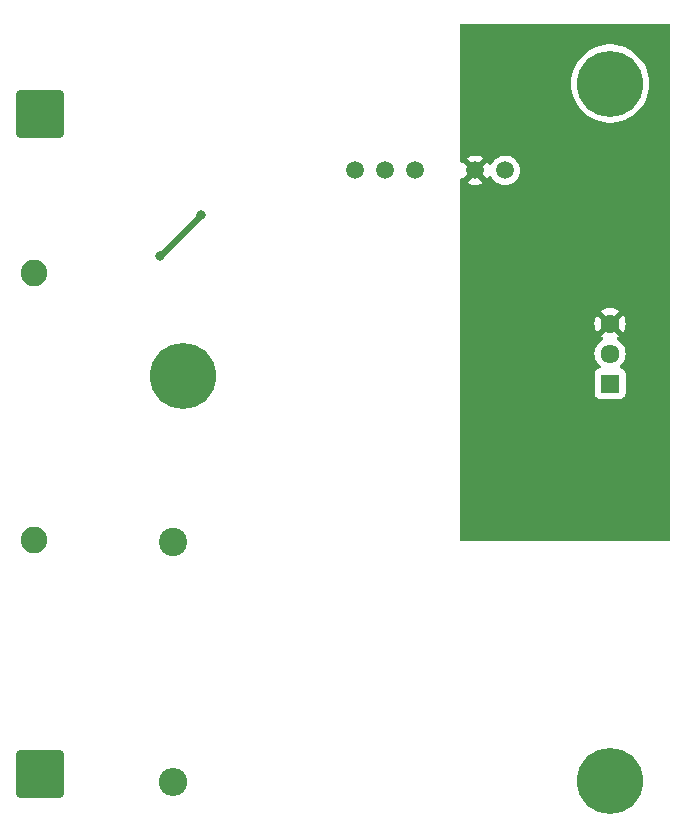
<source format=gbr>
%TF.GenerationSoftware,KiCad,Pcbnew,8.0.0*%
%TF.CreationDate,2024-04-17T18:36:44+02:00*%
%TF.ProjectId,Inverter_Voltage Sensor,496e7665-7274-4657-925f-566f6c746167,rev?*%
%TF.SameCoordinates,Original*%
%TF.FileFunction,Copper,L2,Bot*%
%TF.FilePolarity,Positive*%
%FSLAX46Y46*%
G04 Gerber Fmt 4.6, Leading zero omitted, Abs format (unit mm)*
G04 Created by KiCad (PCBNEW 8.0.0) date 2024-04-17 18:36:44*
%MOMM*%
%LPD*%
G01*
G04 APERTURE LIST*
G04 Aperture macros list*
%AMRoundRect*
0 Rectangle with rounded corners*
0 $1 Rounding radius*
0 $2 $3 $4 $5 $6 $7 $8 $9 X,Y pos of 4 corners*
0 Add a 4 corners polygon primitive as box body*
4,1,4,$2,$3,$4,$5,$6,$7,$8,$9,$2,$3,0*
0 Add four circle primitives for the rounded corners*
1,1,$1+$1,$2,$3*
1,1,$1+$1,$4,$5*
1,1,$1+$1,$6,$7*
1,1,$1+$1,$8,$9*
0 Add four rect primitives between the rounded corners*
20,1,$1+$1,$2,$3,$4,$5,0*
20,1,$1+$1,$4,$5,$6,$7,0*
20,1,$1+$1,$6,$7,$8,$9,0*
20,1,$1+$1,$8,$9,$2,$3,0*%
G04 Aperture macros list end*
%TA.AperFunction,ComponentPad*%
%ADD10C,5.600000*%
%TD*%
%TA.AperFunction,ComponentPad*%
%ADD11R,1.610000X1.610000*%
%TD*%
%TA.AperFunction,ComponentPad*%
%ADD12C,1.610000*%
%TD*%
%TA.AperFunction,ComponentPad*%
%ADD13RoundRect,0.250000X-1.750000X-1.750000X1.750000X-1.750000X1.750000X1.750000X-1.750000X1.750000X0*%
%TD*%
%TA.AperFunction,ComponentPad*%
%ADD14C,2.250000*%
%TD*%
%TA.AperFunction,ComponentPad*%
%ADD15C,2.400000*%
%TD*%
%TA.AperFunction,ComponentPad*%
%ADD16O,2.400000X2.400000*%
%TD*%
%TA.AperFunction,ComponentPad*%
%ADD17C,1.500000*%
%TD*%
%TA.AperFunction,ViaPad*%
%ADD18C,0.800000*%
%TD*%
%TA.AperFunction,Conductor*%
%ADD19C,0.600000*%
%TD*%
G04 APERTURE END LIST*
D10*
%TO.P,,1*%
%TO.N,N/C*%
X132080000Y-60960000D03*
%TD*%
D11*
%TO.P,J1,1,1*%
%TO.N,Exit*%
X132080000Y-86360000D03*
D12*
%TO.P,J1,2,2*%
%TO.N,+5VA*%
X132080000Y-83820000D03*
%TO.P,J1,3,3*%
%TO.N,GND*%
X132080000Y-81280000D03*
%TD*%
D13*
%TO.P,TP2,1,1*%
%TO.N,0*%
X83820000Y-63500000D03*
%TD*%
%TO.P,TP1,1,1*%
%TO.N,+BATT*%
X83820000Y-119380000D03*
%TD*%
D14*
%TO.P,F1,1*%
%TO.N,Net-(F1-Pad1)*%
X83339117Y-99600885D03*
%TO.P,F1,2*%
%TO.N,Net-(CP1-IN+)*%
X83339117Y-77000885D03*
%TD*%
D15*
%TO.P,R1,1*%
%TO.N,Net-(F1-Pad1)*%
X95085306Y-99757822D03*
D16*
%TO.P,R1,2*%
%TO.N,+BATT*%
X95085306Y-120077822D03*
%TD*%
D10*
%TO.P,,1*%
%TO.N,N/C*%
X95885000Y-85725000D03*
%TD*%
D17*
%TO.P,PS1,1,VIN*%
%TO.N,+5VA*%
X123190000Y-68315000D03*
%TO.P,PS1,2,GND*%
%TO.N,GND*%
X120650000Y-68315000D03*
%TO.P,PS1,4,0V*%
%TO.N,0*%
X115570000Y-68315000D03*
%TO.P,PS1,5,NO_PIN*%
%TO.N,unconnected-(PS1-NO_PIN-Pad5)*%
X113030000Y-68315000D03*
%TO.P,PS1,6,+VO*%
%TO.N,+5V*%
X110490000Y-68315000D03*
%TD*%
D10*
%TO.P,,1*%
%TO.N,N/C*%
X132080000Y-120015000D03*
%TD*%
D18*
%TO.N,Net-(CP1-IN-)*%
X93980000Y-75565000D03*
X97472500Y-72072500D03*
%TD*%
D19*
%TO.N,Net-(CP1-IN-)*%
X97472500Y-72072500D02*
X93980000Y-75565000D01*
%TD*%
%TA.AperFunction,Conductor*%
%TO.N,GND*%
G36*
X137102121Y-55900002D02*
G01*
X137148614Y-55953658D01*
X137160000Y-56006000D01*
X137160000Y-99569000D01*
X137139998Y-99637121D01*
X137086342Y-99683614D01*
X137034000Y-99695000D01*
X119506000Y-99695000D01*
X119437879Y-99674998D01*
X119391386Y-99621342D01*
X119380000Y-99569000D01*
X119380000Y-83820000D01*
X130761483Y-83820000D01*
X130781514Y-84048958D01*
X130813391Y-84167926D01*
X130840998Y-84270957D01*
X130841000Y-84270961D01*
X130938131Y-84479259D01*
X131069954Y-84667522D01*
X131069959Y-84667528D01*
X131232474Y-84830043D01*
X131233812Y-84831166D01*
X131234239Y-84831808D01*
X131236364Y-84833933D01*
X131235936Y-84834360D01*
X131273133Y-84890279D01*
X131274253Y-84961267D01*
X131236816Y-85021591D01*
X131172709Y-85052099D01*
X131166290Y-85052957D01*
X131165807Y-85053008D01*
X131165795Y-85053011D01*
X131028797Y-85104110D01*
X131028792Y-85104112D01*
X130911738Y-85191738D01*
X130824112Y-85308792D01*
X130824110Y-85308797D01*
X130773011Y-85445795D01*
X130773009Y-85445803D01*
X130766500Y-85506350D01*
X130766500Y-87213649D01*
X130773009Y-87274196D01*
X130773011Y-87274204D01*
X130824110Y-87411202D01*
X130824112Y-87411207D01*
X130911738Y-87528261D01*
X131028792Y-87615887D01*
X131028794Y-87615888D01*
X131028796Y-87615889D01*
X131087875Y-87637924D01*
X131165795Y-87666988D01*
X131165803Y-87666990D01*
X131226350Y-87673499D01*
X131226355Y-87673499D01*
X131226362Y-87673500D01*
X131226368Y-87673500D01*
X132933632Y-87673500D01*
X132933638Y-87673500D01*
X132933645Y-87673499D01*
X132933649Y-87673499D01*
X132994196Y-87666990D01*
X132994199Y-87666989D01*
X132994201Y-87666989D01*
X133131204Y-87615889D01*
X133248261Y-87528261D01*
X133335889Y-87411204D01*
X133386989Y-87274201D01*
X133393500Y-87213638D01*
X133393500Y-85506362D01*
X133393499Y-85506350D01*
X133386990Y-85445803D01*
X133386988Y-85445795D01*
X133335889Y-85308797D01*
X133335887Y-85308792D01*
X133248261Y-85191738D01*
X133131207Y-85104112D01*
X133131202Y-85104110D01*
X132994204Y-85053011D01*
X132994191Y-85053008D01*
X132993711Y-85052957D01*
X132993363Y-85052812D01*
X132986526Y-85051197D01*
X132986787Y-85050088D01*
X132928120Y-85025784D01*
X132887633Y-84967464D01*
X132885103Y-84896512D01*
X132921334Y-84835456D01*
X132926195Y-84831159D01*
X132927513Y-84830052D01*
X132927526Y-84830043D01*
X133090043Y-84667526D01*
X133221869Y-84479259D01*
X133319001Y-84270959D01*
X133378486Y-84048958D01*
X133398517Y-83820000D01*
X133378486Y-83591042D01*
X133319001Y-83369041D01*
X133221869Y-83160742D01*
X133221868Y-83160741D01*
X133221867Y-83160738D01*
X133090049Y-82972482D01*
X133090046Y-82972478D01*
X133090043Y-82972474D01*
X132927526Y-82809957D01*
X132739259Y-82678131D01*
X132708780Y-82663918D01*
X132655496Y-82617002D01*
X132636035Y-82548725D01*
X132656577Y-82480765D01*
X132708781Y-82435529D01*
X132739006Y-82421434D01*
X132739008Y-82421433D01*
X132811478Y-82370690D01*
X132811478Y-82370687D01*
X132233526Y-81792735D01*
X132286502Y-81778540D01*
X132408497Y-81708106D01*
X132508106Y-81608497D01*
X132578540Y-81486502D01*
X132592735Y-81433526D01*
X133170687Y-82011478D01*
X133170690Y-82011478D01*
X133221433Y-81939008D01*
X133221434Y-81939006D01*
X133318527Y-81730790D01*
X133318529Y-81730785D01*
X133377990Y-81508874D01*
X133398014Y-81280000D01*
X133377990Y-81051125D01*
X133318529Y-80829214D01*
X133318527Y-80829209D01*
X133221434Y-80620993D01*
X133170687Y-80548521D01*
X132592735Y-81126473D01*
X132578540Y-81073498D01*
X132508106Y-80951503D01*
X132408497Y-80851894D01*
X132286502Y-80781460D01*
X132233524Y-80767264D01*
X132811478Y-80189310D01*
X132739008Y-80138566D01*
X132530790Y-80041472D01*
X132530785Y-80041470D01*
X132308874Y-79982009D01*
X132080000Y-79961985D01*
X131851125Y-79982009D01*
X131629214Y-80041470D01*
X131629209Y-80041472D01*
X131420989Y-80138567D01*
X131348521Y-80189309D01*
X131348521Y-80189310D01*
X131926475Y-80767264D01*
X131873498Y-80781460D01*
X131751503Y-80851894D01*
X131651894Y-80951503D01*
X131581460Y-81073498D01*
X131567264Y-81126475D01*
X130989310Y-80548521D01*
X130989309Y-80548521D01*
X130938567Y-80620989D01*
X130841472Y-80829209D01*
X130841470Y-80829214D01*
X130782009Y-81051125D01*
X130761985Y-81280000D01*
X130782009Y-81508874D01*
X130841470Y-81730785D01*
X130841472Y-81730790D01*
X130938566Y-81939008D01*
X130989310Y-82011478D01*
X131567264Y-81433524D01*
X131581460Y-81486502D01*
X131651894Y-81608497D01*
X131751503Y-81708106D01*
X131873498Y-81778540D01*
X131926474Y-81792735D01*
X131348520Y-82370688D01*
X131348520Y-82370690D01*
X131420988Y-82421432D01*
X131451219Y-82435529D01*
X131504504Y-82482446D01*
X131523965Y-82550723D01*
X131503423Y-82618683D01*
X131451220Y-82663918D01*
X131420742Y-82678130D01*
X131420738Y-82678132D01*
X131232482Y-82809950D01*
X131232471Y-82809959D01*
X131069959Y-82972471D01*
X131069950Y-82972482D01*
X130938132Y-83160738D01*
X130841000Y-83369038D01*
X130840998Y-83369042D01*
X130797452Y-83531558D01*
X130781514Y-83591042D01*
X130761483Y-83820000D01*
X119380000Y-83820000D01*
X119380000Y-69094129D01*
X119400002Y-69026008D01*
X119453658Y-68979515D01*
X119523932Y-68969411D01*
X119588512Y-68998905D01*
X119595544Y-69006702D01*
X119598800Y-69006987D01*
X120125016Y-68480771D01*
X120137482Y-68527292D01*
X120209890Y-68652708D01*
X120312292Y-68755110D01*
X120437708Y-68827518D01*
X120484226Y-68839982D01*
X119958011Y-69366197D01*
X119958011Y-69366198D01*
X120018597Y-69408621D01*
X120218092Y-69501647D01*
X120218096Y-69501649D01*
X120430712Y-69558619D01*
X120650000Y-69577804D01*
X120869287Y-69558619D01*
X121081903Y-69501649D01*
X121081907Y-69501647D01*
X121281399Y-69408622D01*
X121341987Y-69366197D01*
X121341987Y-69366196D01*
X120815773Y-68839982D01*
X120862292Y-68827518D01*
X120987708Y-68755110D01*
X121090110Y-68652708D01*
X121162518Y-68527292D01*
X121174982Y-68480773D01*
X121701196Y-69006987D01*
X121701197Y-69006987D01*
X121743622Y-68946399D01*
X121805529Y-68813640D01*
X121852446Y-68760355D01*
X121920723Y-68740894D01*
X121988683Y-68761436D01*
X122033919Y-68813640D01*
X122095944Y-68946654D01*
X122138190Y-69006987D01*
X122222251Y-69127038D01*
X122222254Y-69127042D01*
X122377957Y-69282745D01*
X122377961Y-69282748D01*
X122377962Y-69282749D01*
X122558346Y-69409056D01*
X122757924Y-69502120D01*
X122970629Y-69559115D01*
X123190000Y-69578307D01*
X123409371Y-69559115D01*
X123622076Y-69502120D01*
X123821654Y-69409056D01*
X124002038Y-69282749D01*
X124157749Y-69127038D01*
X124284056Y-68946654D01*
X124377120Y-68747076D01*
X124434115Y-68534371D01*
X124453307Y-68315000D01*
X124434115Y-68095629D01*
X124377120Y-67882924D01*
X124284056Y-67683347D01*
X124157749Y-67502962D01*
X124002038Y-67347251D01*
X123821654Y-67220944D01*
X123821650Y-67220942D01*
X123622079Y-67127881D01*
X123622073Y-67127879D01*
X123532178Y-67103791D01*
X123409371Y-67070885D01*
X123190000Y-67051693D01*
X122970629Y-67070885D01*
X122757926Y-67127879D01*
X122757920Y-67127881D01*
X122558346Y-67220944D01*
X122377965Y-67347248D01*
X122377959Y-67347253D01*
X122222253Y-67502959D01*
X122222248Y-67502965D01*
X122095944Y-67683346D01*
X122033919Y-67816359D01*
X121987001Y-67869644D01*
X121918724Y-67889105D01*
X121850764Y-67868563D01*
X121805529Y-67816359D01*
X121743619Y-67683594D01*
X121701199Y-67623011D01*
X121701197Y-67623011D01*
X121174982Y-68149226D01*
X121162518Y-68102708D01*
X121090110Y-67977292D01*
X120987708Y-67874890D01*
X120862292Y-67802482D01*
X120815772Y-67790016D01*
X121341987Y-67263800D01*
X121281403Y-67221379D01*
X121081907Y-67128352D01*
X121081903Y-67128350D01*
X120869287Y-67071380D01*
X120650000Y-67052195D01*
X120430712Y-67071380D01*
X120218096Y-67128350D01*
X120218092Y-67128352D01*
X120018598Y-67221378D01*
X119958010Y-67263801D01*
X120484226Y-67790017D01*
X120437708Y-67802482D01*
X120312292Y-67874890D01*
X120209890Y-67977292D01*
X120137482Y-68102708D01*
X120125017Y-68149226D01*
X119598801Y-67623010D01*
X119589603Y-67623815D01*
X119553757Y-67652469D01*
X119483138Y-67659779D01*
X119419777Y-67627748D01*
X119383792Y-67566547D01*
X119380000Y-67535870D01*
X119380000Y-60960003D01*
X128766641Y-60960003D01*
X128786064Y-61318237D01*
X128844103Y-61672269D01*
X128940084Y-62017959D01*
X128940085Y-62017961D01*
X129072877Y-62351243D01*
X129240925Y-62668215D01*
X129442258Y-62965159D01*
X129674516Y-63238595D01*
X129934962Y-63485304D01*
X129934977Y-63485317D01*
X130220586Y-63702431D01*
X130527995Y-63887393D01*
X130853599Y-64038033D01*
X131193583Y-64152587D01*
X131543958Y-64229711D01*
X131900618Y-64268500D01*
X131900626Y-64268500D01*
X132259374Y-64268500D01*
X132259382Y-64268500D01*
X132616042Y-64229711D01*
X132966417Y-64152587D01*
X133306401Y-64038033D01*
X133632005Y-63887393D01*
X133939414Y-63702431D01*
X134225023Y-63485317D01*
X134485484Y-63238595D01*
X134717742Y-62965159D01*
X134919075Y-62668215D01*
X135087123Y-62351243D01*
X135219915Y-62017961D01*
X135315895Y-61672274D01*
X135373936Y-61318237D01*
X135393359Y-60960000D01*
X135373936Y-60601763D01*
X135315895Y-60247726D01*
X135219915Y-59902039D01*
X135087123Y-59568757D01*
X134919075Y-59251785D01*
X134717742Y-58954841D01*
X134485484Y-58681405D01*
X134485483Y-58681404D01*
X134225037Y-58434695D01*
X134225022Y-58434682D01*
X133939418Y-58217572D01*
X133939412Y-58217568D01*
X133632010Y-58032610D01*
X133632009Y-58032609D01*
X133632005Y-58032607D01*
X133306401Y-57881967D01*
X132966417Y-57767413D01*
X132918915Y-57756956D01*
X132616054Y-57690291D01*
X132616030Y-57690287D01*
X132259389Y-57651500D01*
X132259382Y-57651500D01*
X131900618Y-57651500D01*
X131900610Y-57651500D01*
X131543969Y-57690287D01*
X131543945Y-57690291D01*
X131193587Y-57767412D01*
X131193573Y-57767416D01*
X130853601Y-57881966D01*
X130527989Y-58032610D01*
X130220587Y-58217568D01*
X130220581Y-58217572D01*
X129934977Y-58434682D01*
X129934962Y-58434695D01*
X129674516Y-58681404D01*
X129442256Y-58954843D01*
X129240924Y-59251785D01*
X129240922Y-59251789D01*
X129072876Y-59568759D01*
X129072872Y-59568768D01*
X128940084Y-59902040D01*
X128844103Y-60247730D01*
X128786064Y-60601762D01*
X128766641Y-60959996D01*
X128766641Y-60960003D01*
X119380000Y-60960003D01*
X119380000Y-56006000D01*
X119400002Y-55937879D01*
X119453658Y-55891386D01*
X119506000Y-55880000D01*
X137034000Y-55880000D01*
X137102121Y-55900002D01*
G37*
%TD.AperFunction*%
%TD*%
M02*

</source>
